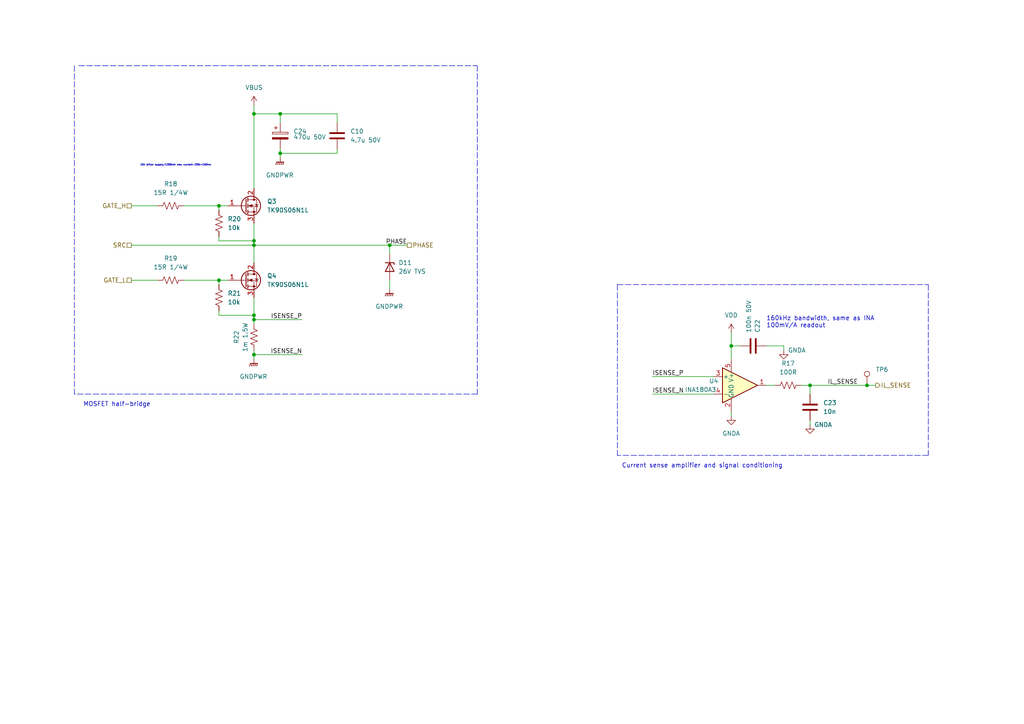
<source format=kicad_sch>
(kicad_sch (version 20211123) (generator eeschema)
  (paper "A4")
  (lib_symbols
    (symbol "Amplifier_Current:INA180A3" (pin_names (offset 0.127))
      (property "Reference" "U" (at 3.81 3.81 0))
      (property "Value" "INA180A3" (at 3.81 -2.54 0))
      (symbol "INA180A3_0_1"
        (polyline (pts (xy 5.08 0) (xy -5.08 5.08) (xy -5.08 -5.08) (xy 5.08 0)) (stroke (width 0.254)) (fill (type background)))
      )
      (symbol "INA180A3_1_1"
        (pin output line (at 7.62 0 180) (length 2.54) (name "~") (number "1"))
        (pin power_in line (at -2.54 -7.62 90) (length 3.81) (name "GND") (number "2"))
        (pin input line (at -7.62 2.54 0) (length 2.54) (name "+") (number "3"))
        (pin input line (at -7.62 -2.54 0) (length 2.54) (name "-") (number "4"))
        (pin power_in line (at -2.54 7.62 270) (length 3.81) (name "V+") (number "5"))
      )
    )
    (symbol "Connector:TestPoint" (pin_numbers hide) (pin_names (offset 0.762) hide)
      (property "Reference" "TP" (at 0 6.858 0))
      (property "Value" "TestPoint" (at 0 5.08 0))
      (symbol "TestPoint_0_1"
        (circle (center 0 3.302) (radius 0.762))
      )
      (symbol "TestPoint_1_1"
        (pin passive line (at 0 0 90) (length 2.54) (name "1") (number "1"))
      )
    )
    (symbol "Device:C" (pin_numbers hide) (pin_names (offset 0.254))
      (property "Reference" "C" (at 0.635 2.54 0))
      (property "Value" "C" (at 0.635 -2.54 0))
      (symbol "C_0_1"
        (polyline (pts (xy -2.032 -0.762) (xy 2.032 -0.762)) (stroke (width 0.508)))
        (polyline (pts (xy -2.032 0.762) (xy 2.032 0.762)) (stroke (width 0.508)))
      )
      (symbol "C_1_1"
        (pin passive line (at 0 3.81 270) (length 2.794) (name "~") (number "1"))
        (pin passive line (at 0 -3.81 90) (length 2.794) (name "~") (number "2"))
      )
    )
    (symbol "Device:C_Polarized" (pin_numbers hide) (pin_names (offset 0.254))
      (property "Reference" "C" (at 0.635 2.54 0))
      (property "Value" "C_Polarized" (at 0.635 -2.54 0))
      (symbol "C_Polarized_0_1"
        (rectangle (start -2.286 0.508) (end 2.286 1.016))
        (polyline (pts (xy -1.778 2.286) (xy -0.762 2.286)))
        (polyline (pts (xy -1.27 2.794) (xy -1.27 1.778)))
        (rectangle (start 2.286 -0.508) (end -2.286 -1.016) (fill (type outline)))
      )
      (symbol "C_Polarized_1_1"
        (pin passive line (at 0 3.81 270) (length 2.794) (name "~") (number "1"))
        (pin passive line (at 0 -3.81 90) (length 2.794) (name "~") (number "2"))
      )
    )
    (symbol "Device:D_Zener" (pin_numbers hide) (pin_names (offset 1.016) hide)
      (property "Reference" "D" (at 0 2.54 0))
      (property "Value" "D_Zener" (at 0 -2.54 0))
      (symbol "D_Zener_0_1"
        (polyline (pts (xy 1.27 0) (xy -1.27 0)))
        (polyline (pts (xy -1.27 -1.27) (xy -1.27 1.27) (xy -0.762 1.27)) (stroke (width 0.254)))
        (polyline (pts (xy 1.27 -1.27) (xy 1.27 1.27) (xy -1.27 0) (xy 1.27 -1.27)) (stroke (width 0.254)))
      )
      (symbol "D_Zener_1_1"
        (pin passive line (at -3.81 0 0) (length 2.54) (name "K") (number "1"))
        (pin passive line (at 3.81 0 180) (length 2.54) (name "A") (number "2"))
      )
    )
    (symbol "Device:Q_NMOS_GDS" (pin_names (offset 0) hide)
      (property "Reference" "Q" (at 5.08 1.27 0))
      (property "Value" "Q_NMOS_GDS" (at 5.08 -1.27 0))
      (symbol "Q_NMOS_GDS_0_1"
        (polyline (pts (xy 0.254 0) (xy -2.54 0)))
        (polyline (pts (xy 0.254 1.905) (xy 0.254 -1.905)) (stroke (width 0.254)))
        (polyline (pts (xy 0.762 -1.27) (xy 0.762 -2.286)) (stroke (width 0.254)))
        (polyline (pts (xy 0.762 0.508) (xy 0.762 -0.508)) (stroke (width 0.254)))
        (polyline (pts (xy 0.762 2.286) (xy 0.762 1.27)) (stroke (width 0.254)))
        (polyline (pts (xy 2.54 2.54) (xy 2.54 1.778)))
        (polyline (pts (xy 2.54 -2.54) (xy 2.54 0) (xy 0.762 0)))
        (polyline (pts (xy 0.762 -1.778) (xy 3.302 -1.778) (xy 3.302 1.778) (xy 0.762 1.778)))
        (polyline (pts (xy 1.016 0) (xy 2.032 0.381) (xy 2.032 -0.381) (xy 1.016 0)) (fill (type outline)))
        (polyline (pts (xy 2.794 0.508) (xy 2.921 0.381) (xy 3.683 0.381) (xy 3.81 0.254)))
        (polyline (pts (xy 3.302 0.381) (xy 2.921 -0.254) (xy 3.683 -0.254) (xy 3.302 0.381)))
        (circle (center 1.651 0) (radius 2.794) (stroke (width 0.254)))
        (circle (center 2.54 -1.778) (radius 0.254) (fill (type outline)))
        (circle (center 2.54 1.778) (radius 0.254) (fill (type outline)))
      )
      (symbol "Q_NMOS_GDS_1_1"
        (pin input line (at -5.08 0 0) (length 2.54) (name "G") (number "1"))
        (pin passive line (at 2.54 5.08 270) (length 2.54) (name "D") (number "2"))
        (pin passive line (at 2.54 -5.08 90) (length 2.54) (name "S") (number "3"))
      )
    )
    (symbol "Device:R_US" (pin_numbers hide) (pin_names (offset 0))
      (property "Reference" "R" (at 2.54 0 90))
      (property "Value" "R_US" (at -2.54 0 90))
      (symbol "R_US_0_1"
        (polyline (pts (xy 0 -2.286) (xy 0 -2.54)))
        (polyline (pts (xy 0 2.286) (xy 0 2.54)))
        (polyline (pts (xy 0 -0.762) (xy 1.016 -1.143) (xy 0 -1.524) (xy -1.016 -1.905) (xy 0 -2.286)))
        (polyline (pts (xy 0 0.762) (xy 1.016 0.381) (xy 0 0) (xy -1.016 -0.381) (xy 0 -0.762)))
        (polyline (pts (xy 0 2.286) (xy 1.016 1.905) (xy 0 1.524) (xy -1.016 1.143) (xy 0 0.762)))
      )
      (symbol "R_US_1_1"
        (pin passive line (at 0 3.81 270) (length 1.27) (name "~") (number "1"))
        (pin passive line (at 0 -3.81 90) (length 1.27) (name "~") (number "2"))
      )
    )
    (symbol "power:GNDA" (power) (pin_names (offset 0))
      (property "Value" "GNDA" (at 0 -3.81 0))
      (symbol "GNDA_0_1"
        (polyline (pts (xy 0 0) (xy 0 -1.27) (xy 1.27 -1.27) (xy 0 -2.54) (xy -1.27 -1.27) (xy 0 -1.27)))
      )
      (symbol "GNDA_1_1"
        (pin power_in line (at 0 0 270) (length 0) hide (name "GNDA") (number "1"))
      )
    )
    (symbol "power:GNDPWR" (power) (pin_names (offset 0))
      (property "Value" "GNDPWR" (at 0 -3.302 0))
      (symbol "GNDPWR_0_1"
        (polyline (pts (xy 0 -1.27) (xy 0 0)))
        (polyline (pts (xy -1.016 -1.27) (xy -1.27 -2.032) (xy -1.27 -2.032)) (stroke (width 0.2032)))
        (polyline (pts (xy -0.508 -1.27) (xy -0.762 -2.032) (xy -0.762 -2.032)) (stroke (width 0.2032)))
        (polyline (pts (xy 0 -1.27) (xy -0.254 -2.032) (xy -0.254 -2.032)) (stroke (width 0.2032)))
        (polyline (pts (xy 0.508 -1.27) (xy 0.254 -2.032) (xy 0.254 -2.032)) (stroke (width 0.2032)))
        (polyline (pts (xy 1.016 -1.27) (xy -1.016 -1.27) (xy -1.016 -1.27)) (stroke (width 0.2032)))
        (polyline (pts (xy 1.016 -1.27) (xy 0.762 -2.032) (xy 0.762 -2.032) (xy 0.762 -2.032)) (stroke (width 0.2032)))
      )
      (symbol "GNDPWR_1_1"
        (pin power_in line (at 0 0 270) (length 0) hide (name "GNDPWR") (number "1"))
      )
    )
    (symbol "power:VBUS" (power) (pin_names (offset 0))
      (property "Value" "VBUS" (at 0 3.81 0))
      (symbol "VBUS_0_1"
        (polyline (pts (xy -0.762 1.27) (xy 0 2.54)))
        (polyline (pts (xy 0 0) (xy 0 2.54)))
        (polyline (pts (xy 0 2.54) (xy 0.762 1.27)))
      )
      (symbol "VBUS_1_1"
        (pin power_in line (at 0 0 90) (length 0) hide (name "VBUS") (number "1"))
      )
    )
    (symbol "power:VDD" (power) (pin_names (offset 0))
      (property "Value" "VDD" (at 0 3.81 0))
      (symbol "VDD_0_1"
        (polyline (pts (xy -0.762 1.27) (xy 0 2.54)))
        (polyline (pts (xy 0 0) (xy 0 2.54)))
        (polyline (pts (xy 0 2.54) (xy 0.762 1.27)))
      )
      (symbol "VDD_1_1"
        (pin power_in line (at 0 0 90) (length 0) hide (name "VDD") (number "1"))
      )
    )
  )
  (junction (at 63.5 81.28))
  (junction (at 81.28 33.02))
  (junction (at 251.46 111.76))
  (junction (at 73.66 71.12))
  (junction (at 113.03 71.12))
  (junction (at 63.5 59.69))
  (junction (at 73.66 92.71))
  (junction (at 73.66 91.44))
  (junction (at 212.09 100.33))
  (junction (at 73.66 69.85))
  (junction (at 81.28 44.45))
  (junction (at 234.95 111.76))
  (junction (at 73.66 33.02))
  (junction (at 73.66 102.87))
  (polyline (pts (xy 269.24 82.55) (xy 269.24 132.08)))
  (wire (pts (xy 73.66 71.12) (xy 113.03 71.12)))
  (wire (pts (xy 63.5 90.17) (xy 63.5 91.44)))
  (wire (pts (xy 232.41 111.76) (xy 234.95 111.76)))
  (wire (pts (xy 81.28 44.45) (xy 81.28 43.18)))
  (wire (pts (xy 81.28 33.02) (xy 81.28 35.56)))
  (wire (pts (xy 73.66 30.48) (xy 73.66 33.02)))
  (wire (pts (xy 81.28 45.72) (xy 81.28 44.45)))
  (wire (pts (xy 38.1 59.69) (xy 45.72 59.69)))
  (wire (pts (xy 63.5 81.28) (xy 63.5 82.55)))
  (wire (pts (xy 73.66 33.02) (xy 73.66 54.61)))
  (wire (pts (xy 251.46 111.76) (xy 254 111.76)))
  (wire (pts (xy 63.5 68.58) (xy 63.5 69.85)))
  (wire (pts (xy 97.79 44.45) (xy 81.28 44.45)))
  (wire (pts (xy 113.03 73.66) (xy 113.03 71.12)))
  (polyline (pts (xy 138.43 19.05) (xy 138.43 114.3)))
  (wire (pts (xy 38.1 81.28) (xy 45.72 81.28)))
  (wire (pts (xy 73.66 102.87) (xy 73.66 104.14)))
  (wire (pts (xy 81.28 33.02) (xy 73.66 33.02)))
  (wire (pts (xy 234.95 123.19) (xy 234.95 121.92)))
  (wire (pts (xy 66.04 81.28) (xy 63.5 81.28)))
  (wire (pts (xy 227.33 100.33) (xy 227.33 101.6)))
  (polyline (pts (xy 179.07 82.55) (xy 269.24 82.55)))
  (wire (pts (xy 73.66 71.12) (xy 73.66 76.2)))
  (polyline (pts (xy 269.24 132.08) (xy 179.07 132.08)))
  (wire (pts (xy 189.23 109.22) (xy 207.01 109.22)))
  (wire (pts (xy 222.25 111.76) (xy 224.79 111.76)))
  (wire (pts (xy 63.5 91.44) (xy 73.66 91.44)))
  (wire (pts (xy 212.09 100.33) (xy 212.09 104.14)))
  (wire (pts (xy 207.01 114.3) (xy 189.23 114.3)))
  (wire (pts (xy 227.33 100.33) (xy 222.25 100.33)))
  (wire (pts (xy 73.66 69.85) (xy 73.66 71.12)))
  (wire (pts (xy 73.66 92.71) (xy 73.66 91.44)))
  (polyline (pts (xy 179.07 82.55) (xy 179.07 132.08)))
  (polyline (pts (xy 138.43 114.3) (xy 21.59 114.3)))
  (wire (pts (xy 66.04 59.69) (xy 63.5 59.69)))
  (wire (pts (xy 212.09 100.33) (xy 214.63 100.33)))
  (wire (pts (xy 234.95 111.76) (xy 251.46 111.76)))
  (wire (pts (xy 73.66 102.87) (xy 87.63 102.87)))
  (wire (pts (xy 113.03 71.12) (xy 118.11 71.12)))
  (wire (pts (xy 212.09 96.52) (xy 212.09 100.33)))
  (wire (pts (xy 73.66 86.36) (xy 73.66 91.44)))
  (polyline (pts (xy 22.86 19.05) (xy 138.43 19.05)))
  (wire (pts (xy 73.66 64.77) (xy 73.66 69.85)))
  (wire (pts (xy 234.95 111.76) (xy 234.95 114.3)))
  (wire (pts (xy 53.34 81.28) (xy 63.5 81.28)))
  (wire (pts (xy 53.34 59.69) (xy 63.5 59.69)))
  (wire (pts (xy 97.79 35.56) (xy 97.79 33.02)))
  (wire (pts (xy 212.09 120.65) (xy 212.09 119.38)))
  (wire (pts (xy 63.5 69.85) (xy 73.66 69.85)))
  (wire (pts (xy 97.79 43.18) (xy 97.79 44.45)))
  (wire (pts (xy 73.66 92.71) (xy 87.63 92.71)))
  (wire (pts (xy 113.03 81.28) (xy 113.03 83.82)))
  (wire (pts (xy 73.66 93.98) (xy 73.66 92.71)))
  (polyline (pts (xy 21.59 19.05) (xy 21.59 114.3)))
  (wire (pts (xy 73.66 101.6) (xy 73.66 102.87)))
  (wire (pts (xy 38.1 71.12) (xy 73.66 71.12)))
  (wire (pts (xy 97.79 33.02) (xy 81.28 33.02)))
  (wire (pts (xy 63.5 59.69) (xy 63.5 60.96)))
  (text "Current sense amplifier and signal conditioning" (at 180.34 135.89 0) (effects (font (size 1.27 1.27)) (justify left bottom)))
  (text "MOSFET half-bridge" (at 24.13 118.11 0) (effects (font (size 1.27 1.27)) (justify left bottom)))
  (text "15V driver supply/1200mA max current-25%=15Ohm" (at 40.64 48.26 0) (effects (font (size 0.5 0.5)) (justify left bottom)))
  (text "160kHz bandwidth, same as INA\n100mV/A readout" (at 222.25 95.25 0) (effects (font (size 1.27 1.27)) (justify left bottom)))
  (label "ISENSE_P" (at 87.63 92.71 180))
  (label "ISENSE_P" (at 189.23 109.22 0))
  (label "ISENSE_N" (at 189.23 114.3 0))
  (label "PHASE" (at 118.11 71.12 180))
  (label "ISENSE_N" (at 87.63 102.87 180))
  (label "IL_SENSE" (at 240.03 111.76 0))
  (hierarchical_label "GATE_L" (shape passive) (at 38.1 81.28 180))
  (hierarchical_label "PHASE" (shape passive) (at 118.11 71.12 0))
  (hierarchical_label "GATE_H" (shape passive) (at 38.1 59.69 180))
  (hierarchical_label "SRC" (shape passive) (at 38.1 71.12 180))
  (hierarchical_label "IL_SENSE" (shape output) (at 254 111.76 0))
  (symbol (lib_id "Device:C") (at 234.95 118.11 0) (unit 1)
    (property "Reference" "C23" (at 238.76 116.8399 0) (effects (justify left)))
    (property "Value" "10n" (at 238.76 119.38 0) (effects (justify left)))
    (property "Footprint" "Resistor_SMD:R_0805_2012Metric_Pad1.20x1.40mm_HandSolder" (effects hide))
    (property "part_number" "GCM219R71H103KA37D" (effects hide))
  )
  (symbol (lib_id "Connector:TestPoint") (at 251.46 111.76 0) (unit 1)
    (property "Reference" "TP6" (at 254 107.1879 0) (effects (justify left)))
    (property "Value" " " (effects hide))
    (property "Footprint" "Connector_PinHeader_1.00mm:PinHeader_1x01_P1.00mm_Vertical" (effects hide))
  )
  (symbol (lib_id "Device:R_US") (at 49.53 81.28 90) (unit 1)
    (property "Reference" "R19" (at 49.53 74.93 90))
    (property "Value" "15R 1/4W" (at 49.53 77.47 90))
    (property "Footprint" "Resistor_SMD:R_0805_2012Metric_Pad1.20x1.40mm_HandSolder" (effects hide))
    (property "part_number" "AC0805FR-7W15RL" (effects hide))
  )
  (symbol (lib_id "Device:R_US") (at 63.5 86.36 0) (unit 1)
    (property "Reference" "R21" (at 66.04 85.0899 0) (effects (justify left)))
    (property "Value" "10k" (at 66.04 87.6299 0) (effects (justify left)))
    (property "Footprint" "Resistor_SMD:R_0805_2012Metric_Pad1.20x1.40mm_HandSolder" (effects hide))
    (property "part_number" "RC0805FR-1310KL" (effects hide))
  )
  (symbol (lib_id "power:GNDA") (at 227.33 101.6 0) (unit 1)
    (property "Reference" "#PWR028" (effects hide))
    (property "Value" "GNDA" (at 231.14 101.6 0))
  )
  (symbol (lib_id "Device:Q_NMOS_GDS") (at 71.12 59.69 0) (unit 1)
    (property "Reference" "Q3" (at 77.47 58.4199 0) (effects (justify left)))
    (property "Value" "TK90S06N1L" (at 77.47 60.9599 0) (effects (justify left)))
    (property "Footprint" "Package_TO_SOT_SMD:TO-252-2" (effects hide))
    (property "Datasheet" "https://www.mouser.com/datasheet/2/408/TK90S06N1L_datasheet_en_20200624-1858439.pdf" (effects hide))
    (property "part_number" "TK90S06N1L,LXHQ" (effects hide))
  )
  (symbol (lib_id "Amplifier_Current:INA180A3") (at 214.63 111.76 0) (unit 1)
    (property "Reference" "U4" (at 207.01 110.49 0))
    (property "Value" "INA180A3" (at 203.2 113.03 0))
    (property "Footprint" "Package_TO_SOT_SMD:SOT-23-5" (effects hide))
    (property "Datasheet" "http://www.ti.com/lit/ds/symlink/ina180.pdf" (effects hide))
    (property "part_number" "INA180A3" (effects hide))
  )
  (symbol (lib_id "Device:R_US") (at 228.6 111.76 270) (unit 1)
    (property "Reference" "R17" (at 228.6 105.41 90))
    (property "Value" "100R" (at 228.6 107.95 90))
    (property "Footprint" "Resistor_SMD:R_0805_2012Metric_Pad1.20x1.40mm_HandSolder" (effects hide))
    (property "part_number" "RC0805FR-07100RL" (effects hide))
  )
  (symbol (lib_id "power:VDD") (at 212.09 96.52 0) (unit 1)
    (property "Reference" "#PWR0109" (effects hide))
    (property "Value" "VDD" (at 212.09 91.44 0))
  )
  (symbol (lib_id "power:GNDPWR") (at 113.03 83.82 0) (unit 1)
    (property "Reference" "#PWR035" (effects hide))
    (property "Value" "GNDPWR" (at 112.903 88.9 0))
  )
  (symbol (lib_id "Device:C_Polarized") (at 81.28 39.37 0) (unit 1)
    (property "Reference" "C24" (at 85.09 38.1 0) (effects (justify left)))
    (property "Value" "470u 50V" (at 85.09 39.7509 0) (effects (justify left)))
    (property "Footprint" "Capacitor_THT:CP_Radial_D12.5mm_P5.00mm" (effects hide))
    (property "part_number" "EEU-FM1H471" (effects hide))
  )
  (symbol (lib_id "Device:R_US") (at 49.53 59.69 90) (unit 1)
    (property "Reference" "R18" (at 49.53 53.34 90))
    (property "Value" "15R 1/4W" (at 49.53 55.88 90))
    (property "Footprint" "Resistor_SMD:R_0805_2012Metric_Pad1.20x1.40mm_HandSolder" (effects hide))
    (property "part_number" "AC0805FR-7W15RL" (effects hide))
  )
  (symbol (lib_id "power:GNDA") (at 212.09 120.65 0) (unit 1)
    (property "Reference" "#PWR027" (effects hide))
    (property "Value" "GNDA" (at 212.09 125.73 0))
  )
  (symbol (lib_id "Device:Q_NMOS_GDS") (at 71.12 81.28 0) (unit 1)
    (property "Reference" "Q4" (at 77.47 80.0099 0) (effects (justify left)))
    (property "Value" "TK90S06N1L" (at 77.47 82.5499 0) (effects (justify left)))
    (property "Footprint" "Package_TO_SOT_SMD:TO-252-2" (effects hide))
    (property "Datasheet" "https://www.mouser.com/datasheet/2/408/TK90S06N1L_datasheet_en_20200624-1858439.pdf" (effects hide))
    (property "part_number" "TK90S06N1L,LXHQ" (effects hide))
  )
  (symbol (lib_id "Device:C") (at 218.44 100.33 270) (mirror x) (unit 1)
    (property "Reference" "C22" (at 219.71 96.52 0) (effects (justify left)))
    (property "Value" "100n 50V" (at 217.17 96.52 0) (effects (justify left)))
    (property "Footprint" "Capacitor_SMD:C_0805_2012Metric" (effects hide))
    (property "part_number" "GCD21BR71H104KA01L" (effects hide))
  )
  (symbol (lib_id "power:GNDPWR") (at 73.66 104.14 0) (unit 1)
    (property "Reference" "#PWR031" (effects hide))
    (property "Value" "GNDPWR" (at 73.533 109.22 0))
  )
  (symbol (lib_id "Device:R_US") (at 63.5 64.77 0) (unit 1)
    (property "Reference" "R20" (at 66.04 63.4999 0) (effects (justify left)))
    (property "Value" "10k" (at 66.04 66.0399 0) (effects (justify left)))
    (property "Footprint" "Resistor_SMD:R_0805_2012Metric_Pad1.20x1.40mm_HandSolder" (effects hide))
    (property "part_number" "RC0805FR-1310KL" (effects hide))
  )
  (symbol (lib_id "Device:R_US") (at 73.66 97.79 0) (unit 1)
    (property "Reference" "R22" (at 68.58 97.79 90))
    (property "Value" "1m 1.5W" (at 71.12 97.79 90))
    (property "Footprint" "Resistor_SMD:R_1206_3216Metric_Pad1.30x1.75mm_HandSolder" (effects hide))
    (property "part_number" "PA1206FRM670R001L" (effects hide))
  )
  (symbol (lib_id "Device:C") (at 97.79 39.37 0) (unit 1)
    (property "Reference" "C10" (at 101.6 38.0999 0) (effects (justify left)))
    (property "Value" "4.7u 50V" (at 101.6 40.6399 0) (effects (justify left)))
    (property "Footprint" "Capacitor_SMD:C_1206_3216Metric_Pad1.33x1.80mm_HandSolder" (effects hide))
    (property "part_number" "GRM31CR71H475KA12L" (effects hide))
  )
  (symbol (lib_id "power:GNDA") (at 234.95 123.19 0) (unit 1)
    (property "Reference" "#PWR029" (effects hide))
    (property "Value" "GNDA" (at 238.76 123.19 0))
  )
  (symbol (lib_id "Device:D_Zener") (at 113.03 77.47 270) (unit 1)
    (property "Reference" "D11" (at 115.57 76.1999 90) (effects (justify left)))
    (property "Value" "26V TVS" (at 115.57 78.7399 90) (effects (justify left)))
    (property "Footprint" "Diode_SMD:D_SMB" (effects hide))
    (property "part_number" "SMBJ26A" (effects hide))
  )
  (symbol (lib_id "power:GNDPWR") (at 81.28 45.72 0) (unit 1)
    (property "Reference" "#PWR032" (effects hide))
    (property "Value" "GNDPWR" (at 81.153 50.8 0))
  )
  (symbol (lib_id "power:VBUS") (at 73.66 30.48 0) (unit 1)
    (property "Reference" "#PWR030" (effects hide))
    (property "Value" "VBUS" (at 73.66 25.4 0))
  )
)
</source>
